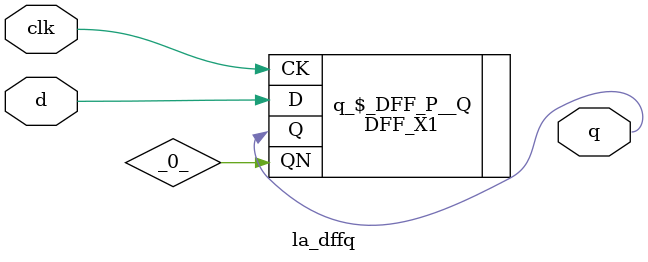
<source format=v>
/* Generated by Yosys 0.37 (git sha1 a5c7f69ed, clang 14.0.0-1ubuntu1.1 -fPIC -Os) */

module la_dffq(d, clk, q);
  wire _0_;
  input clk;
  wire clk;
  input d;
  wire d;
  output q;
  wire q;
  DFF_X1 \q_$_DFF_P__Q  (
    .CK(clk),
    .D(d),
    .Q(q),
    .QN(_0_)
  );
endmodule

</source>
